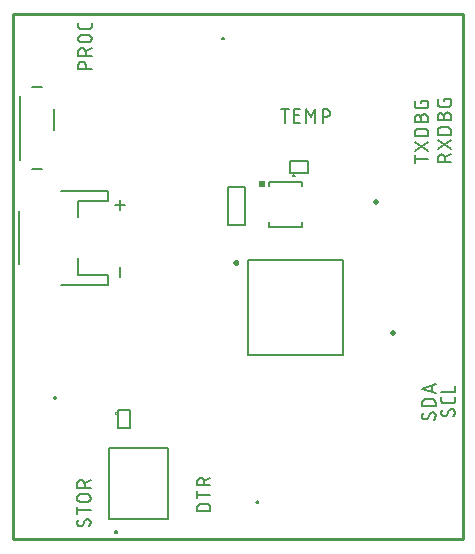
<source format=gbr>
G04 EAGLE Gerber RS-274X export*
G75*
%MOMM*%
%FSLAX34Y34*%
%LPD*%
%INSilkscreen Top*%
%IPPOS*%
%AMOC8*
5,1,8,0,0,1.08239X$1,22.5*%
G01*
%ADD10C,0.500000*%
%ADD11C,0.127000*%
%ADD12C,0.177800*%
%ADD13C,0.140000*%
%ADD14C,0.359206*%
%ADD15C,0.203200*%
%ADD16C,0.254000*%
%ADD17C,0.101600*%
%ADD18R,0.500000X0.500000*%
%ADD19C,0.508000*%
%ADD20C,0.200000*%
%ADD21C,0.254000*%


D10*
X321894Y174246D03*
D11*
X5560Y232770D02*
X5560Y277770D01*
X40560Y295270D02*
X80560Y295270D01*
X80560Y286770D01*
X55560Y286770D01*
X55560Y272770D01*
X55560Y237770D02*
X55560Y223770D01*
X80560Y223770D01*
X80560Y215270D01*
X40560Y215270D01*
D12*
X90791Y279019D02*
X90791Y287316D01*
X94940Y283168D02*
X86642Y283168D01*
X90791Y230166D02*
X90791Y221869D01*
D13*
X177120Y424130D02*
X177122Y424182D01*
X177128Y424234D01*
X177138Y424286D01*
X177151Y424336D01*
X177168Y424386D01*
X177189Y424434D01*
X177214Y424480D01*
X177242Y424524D01*
X177273Y424566D01*
X177307Y424606D01*
X177344Y424643D01*
X177384Y424677D01*
X177426Y424708D01*
X177470Y424736D01*
X177516Y424761D01*
X177564Y424782D01*
X177614Y424799D01*
X177664Y424812D01*
X177716Y424822D01*
X177768Y424828D01*
X177820Y424830D01*
X177872Y424828D01*
X177924Y424822D01*
X177976Y424812D01*
X178026Y424799D01*
X178076Y424782D01*
X178124Y424761D01*
X178170Y424736D01*
X178214Y424708D01*
X178256Y424677D01*
X178296Y424643D01*
X178333Y424606D01*
X178367Y424566D01*
X178398Y424524D01*
X178426Y424480D01*
X178451Y424434D01*
X178472Y424386D01*
X178489Y424336D01*
X178502Y424286D01*
X178512Y424234D01*
X178518Y424182D01*
X178520Y424130D01*
X178518Y424078D01*
X178512Y424026D01*
X178502Y423974D01*
X178489Y423924D01*
X178472Y423874D01*
X178451Y423826D01*
X178426Y423780D01*
X178398Y423736D01*
X178367Y423694D01*
X178333Y423654D01*
X178296Y423617D01*
X178256Y423583D01*
X178214Y423552D01*
X178170Y423524D01*
X178124Y423499D01*
X178076Y423478D01*
X178026Y423461D01*
X177976Y423448D01*
X177924Y423438D01*
X177872Y423432D01*
X177820Y423430D01*
X177768Y423432D01*
X177716Y423438D01*
X177664Y423448D01*
X177614Y423461D01*
X177564Y423478D01*
X177516Y423499D01*
X177470Y423524D01*
X177426Y423552D01*
X177384Y423583D01*
X177344Y423617D01*
X177307Y423654D01*
X177273Y423694D01*
X177242Y423736D01*
X177214Y423780D01*
X177189Y423826D01*
X177168Y423874D01*
X177151Y423924D01*
X177138Y423974D01*
X177128Y424026D01*
X177122Y424078D01*
X177120Y424130D01*
X206300Y31800D02*
X206302Y31852D01*
X206308Y31904D01*
X206318Y31956D01*
X206331Y32006D01*
X206348Y32056D01*
X206369Y32104D01*
X206394Y32150D01*
X206422Y32194D01*
X206453Y32236D01*
X206487Y32276D01*
X206524Y32313D01*
X206564Y32347D01*
X206606Y32378D01*
X206650Y32406D01*
X206696Y32431D01*
X206744Y32452D01*
X206794Y32469D01*
X206844Y32482D01*
X206896Y32492D01*
X206948Y32498D01*
X207000Y32500D01*
X207052Y32498D01*
X207104Y32492D01*
X207156Y32482D01*
X207206Y32469D01*
X207256Y32452D01*
X207304Y32431D01*
X207350Y32406D01*
X207394Y32378D01*
X207436Y32347D01*
X207476Y32313D01*
X207513Y32276D01*
X207547Y32236D01*
X207578Y32194D01*
X207606Y32150D01*
X207631Y32104D01*
X207652Y32056D01*
X207669Y32006D01*
X207682Y31956D01*
X207692Y31904D01*
X207698Y31852D01*
X207700Y31800D01*
X207698Y31748D01*
X207692Y31696D01*
X207682Y31644D01*
X207669Y31594D01*
X207652Y31544D01*
X207631Y31496D01*
X207606Y31450D01*
X207578Y31406D01*
X207547Y31364D01*
X207513Y31324D01*
X207476Y31287D01*
X207436Y31253D01*
X207394Y31222D01*
X207350Y31194D01*
X207304Y31169D01*
X207256Y31148D01*
X207206Y31131D01*
X207156Y31118D01*
X207104Y31108D01*
X207052Y31102D01*
X207000Y31100D01*
X206948Y31102D01*
X206896Y31108D01*
X206844Y31118D01*
X206794Y31131D01*
X206744Y31148D01*
X206696Y31169D01*
X206650Y31194D01*
X206606Y31222D01*
X206564Y31253D01*
X206524Y31287D01*
X206487Y31324D01*
X206453Y31364D01*
X206422Y31406D01*
X206394Y31450D01*
X206369Y31496D01*
X206348Y31544D01*
X206331Y31594D01*
X206318Y31644D01*
X206308Y31696D01*
X206302Y31748D01*
X206300Y31800D01*
D14*
X35306Y119888D03*
D15*
X24590Y313210D02*
X16050Y313210D01*
X16050Y382750D02*
X24590Y382750D01*
X6050Y374980D02*
X6050Y320980D01*
X34590Y346710D02*
X34590Y364250D01*
D11*
X359697Y319557D02*
X371127Y319557D01*
X359697Y319557D02*
X359697Y322732D01*
X359699Y322843D01*
X359705Y322953D01*
X359714Y323064D01*
X359728Y323174D01*
X359745Y323283D01*
X359766Y323392D01*
X359791Y323500D01*
X359820Y323607D01*
X359852Y323713D01*
X359888Y323818D01*
X359928Y323921D01*
X359971Y324023D01*
X360018Y324124D01*
X360069Y324223D01*
X360122Y324320D01*
X360179Y324414D01*
X360240Y324507D01*
X360303Y324598D01*
X360370Y324687D01*
X360440Y324773D01*
X360513Y324856D01*
X360588Y324938D01*
X360666Y325016D01*
X360748Y325091D01*
X360831Y325164D01*
X360917Y325234D01*
X361006Y325301D01*
X361097Y325364D01*
X361190Y325425D01*
X361285Y325482D01*
X361381Y325535D01*
X361480Y325586D01*
X361581Y325633D01*
X361683Y325676D01*
X361786Y325716D01*
X361891Y325752D01*
X361997Y325784D01*
X362104Y325813D01*
X362212Y325838D01*
X362321Y325859D01*
X362430Y325876D01*
X362540Y325890D01*
X362651Y325899D01*
X362761Y325905D01*
X362872Y325907D01*
X362983Y325905D01*
X363093Y325899D01*
X363204Y325890D01*
X363314Y325876D01*
X363423Y325859D01*
X363532Y325838D01*
X363640Y325813D01*
X363747Y325784D01*
X363853Y325752D01*
X363958Y325716D01*
X364061Y325676D01*
X364163Y325633D01*
X364264Y325586D01*
X364363Y325535D01*
X364460Y325482D01*
X364554Y325425D01*
X364647Y325364D01*
X364738Y325301D01*
X364827Y325234D01*
X364913Y325164D01*
X364996Y325091D01*
X365078Y325016D01*
X365156Y324938D01*
X365231Y324856D01*
X365304Y324773D01*
X365374Y324687D01*
X365441Y324598D01*
X365504Y324507D01*
X365565Y324414D01*
X365622Y324320D01*
X365675Y324223D01*
X365726Y324124D01*
X365773Y324023D01*
X365816Y323921D01*
X365856Y323818D01*
X365892Y323713D01*
X365924Y323607D01*
X365953Y323500D01*
X365978Y323392D01*
X365999Y323283D01*
X366016Y323174D01*
X366030Y323064D01*
X366039Y322953D01*
X366045Y322843D01*
X366047Y322732D01*
X366047Y319557D01*
X366047Y323367D02*
X371127Y325907D01*
X371127Y330269D02*
X359697Y337889D01*
X359697Y330269D02*
X371127Y337889D01*
X371127Y342715D02*
X359697Y342715D01*
X359697Y345890D01*
X359699Y346001D01*
X359705Y346111D01*
X359714Y346222D01*
X359728Y346332D01*
X359745Y346441D01*
X359766Y346550D01*
X359791Y346658D01*
X359820Y346765D01*
X359852Y346871D01*
X359888Y346976D01*
X359928Y347079D01*
X359971Y347181D01*
X360018Y347282D01*
X360069Y347381D01*
X360122Y347478D01*
X360179Y347572D01*
X360240Y347665D01*
X360303Y347756D01*
X360370Y347845D01*
X360440Y347931D01*
X360513Y348014D01*
X360588Y348096D01*
X360666Y348174D01*
X360748Y348249D01*
X360831Y348322D01*
X360917Y348392D01*
X361006Y348459D01*
X361097Y348522D01*
X361190Y348583D01*
X361285Y348640D01*
X361381Y348693D01*
X361480Y348744D01*
X361581Y348791D01*
X361683Y348834D01*
X361786Y348874D01*
X361891Y348910D01*
X361997Y348942D01*
X362104Y348971D01*
X362212Y348996D01*
X362321Y349017D01*
X362430Y349034D01*
X362540Y349048D01*
X362651Y349057D01*
X362761Y349063D01*
X362872Y349065D01*
X367952Y349065D01*
X368063Y349063D01*
X368173Y349057D01*
X368284Y349048D01*
X368394Y349034D01*
X368503Y349017D01*
X368612Y348996D01*
X368720Y348971D01*
X368827Y348942D01*
X368933Y348910D01*
X369038Y348874D01*
X369141Y348834D01*
X369243Y348791D01*
X369344Y348744D01*
X369443Y348693D01*
X369540Y348640D01*
X369634Y348583D01*
X369727Y348522D01*
X369818Y348459D01*
X369907Y348392D01*
X369993Y348322D01*
X370076Y348249D01*
X370158Y348174D01*
X370236Y348096D01*
X370311Y348014D01*
X370384Y347931D01*
X370454Y347845D01*
X370521Y347756D01*
X370584Y347665D01*
X370645Y347572D01*
X370702Y347478D01*
X370755Y347381D01*
X370806Y347282D01*
X370853Y347181D01*
X370896Y347079D01*
X370936Y346976D01*
X370972Y346871D01*
X371004Y346765D01*
X371033Y346658D01*
X371058Y346550D01*
X371079Y346441D01*
X371096Y346332D01*
X371110Y346222D01*
X371119Y346111D01*
X371125Y346001D01*
X371127Y345890D01*
X371127Y342715D01*
X364777Y355098D02*
X364777Y358273D01*
X364779Y358384D01*
X364785Y358494D01*
X364794Y358605D01*
X364808Y358715D01*
X364825Y358824D01*
X364846Y358933D01*
X364871Y359041D01*
X364900Y359148D01*
X364932Y359254D01*
X364968Y359359D01*
X365008Y359462D01*
X365051Y359564D01*
X365098Y359665D01*
X365149Y359764D01*
X365202Y359861D01*
X365259Y359955D01*
X365320Y360048D01*
X365383Y360139D01*
X365450Y360228D01*
X365520Y360314D01*
X365593Y360397D01*
X365668Y360479D01*
X365746Y360557D01*
X365828Y360632D01*
X365911Y360705D01*
X365997Y360775D01*
X366086Y360842D01*
X366177Y360905D01*
X366270Y360966D01*
X366365Y361023D01*
X366461Y361076D01*
X366560Y361127D01*
X366661Y361174D01*
X366763Y361217D01*
X366866Y361257D01*
X366971Y361293D01*
X367077Y361325D01*
X367184Y361354D01*
X367292Y361379D01*
X367401Y361400D01*
X367510Y361417D01*
X367620Y361431D01*
X367731Y361440D01*
X367841Y361446D01*
X367952Y361448D01*
X368063Y361446D01*
X368173Y361440D01*
X368284Y361431D01*
X368394Y361417D01*
X368503Y361400D01*
X368612Y361379D01*
X368720Y361354D01*
X368827Y361325D01*
X368933Y361293D01*
X369038Y361257D01*
X369141Y361217D01*
X369243Y361174D01*
X369344Y361127D01*
X369443Y361076D01*
X369540Y361023D01*
X369634Y360966D01*
X369727Y360905D01*
X369818Y360842D01*
X369907Y360775D01*
X369993Y360705D01*
X370076Y360632D01*
X370158Y360557D01*
X370236Y360479D01*
X370311Y360397D01*
X370384Y360314D01*
X370454Y360228D01*
X370521Y360139D01*
X370584Y360048D01*
X370645Y359955D01*
X370702Y359861D01*
X370755Y359764D01*
X370806Y359665D01*
X370853Y359564D01*
X370896Y359462D01*
X370936Y359359D01*
X370972Y359254D01*
X371004Y359148D01*
X371033Y359041D01*
X371058Y358933D01*
X371079Y358824D01*
X371096Y358715D01*
X371110Y358605D01*
X371119Y358494D01*
X371125Y358384D01*
X371127Y358273D01*
X371127Y355098D01*
X359697Y355098D01*
X359697Y358273D01*
X359699Y358373D01*
X359705Y358472D01*
X359715Y358572D01*
X359728Y358670D01*
X359746Y358769D01*
X359767Y358866D01*
X359792Y358962D01*
X359821Y359058D01*
X359854Y359152D01*
X359890Y359245D01*
X359930Y359336D01*
X359974Y359426D01*
X360021Y359514D01*
X360071Y359600D01*
X360125Y359684D01*
X360182Y359766D01*
X360242Y359845D01*
X360306Y359923D01*
X360372Y359997D01*
X360441Y360069D01*
X360513Y360138D01*
X360587Y360204D01*
X360665Y360268D01*
X360744Y360328D01*
X360826Y360385D01*
X360910Y360439D01*
X360996Y360489D01*
X361084Y360536D01*
X361174Y360580D01*
X361265Y360620D01*
X361358Y360656D01*
X361452Y360689D01*
X361548Y360718D01*
X361644Y360743D01*
X361741Y360764D01*
X361840Y360782D01*
X361938Y360795D01*
X362038Y360805D01*
X362137Y360811D01*
X362237Y360813D01*
X362337Y360811D01*
X362436Y360805D01*
X362536Y360795D01*
X362634Y360782D01*
X362733Y360764D01*
X362830Y360743D01*
X362926Y360718D01*
X363022Y360689D01*
X363116Y360656D01*
X363209Y360620D01*
X363300Y360580D01*
X363390Y360536D01*
X363478Y360489D01*
X363564Y360439D01*
X363648Y360385D01*
X363730Y360328D01*
X363809Y360268D01*
X363887Y360204D01*
X363961Y360138D01*
X364033Y360069D01*
X364102Y359997D01*
X364168Y359923D01*
X364232Y359845D01*
X364292Y359766D01*
X364349Y359684D01*
X364403Y359600D01*
X364453Y359514D01*
X364500Y359426D01*
X364544Y359336D01*
X364584Y359245D01*
X364620Y359152D01*
X364653Y359058D01*
X364682Y358962D01*
X364707Y358866D01*
X364728Y358769D01*
X364746Y358670D01*
X364759Y358572D01*
X364769Y358472D01*
X364775Y358373D01*
X364777Y358273D01*
X364777Y370782D02*
X364777Y372687D01*
X371127Y372687D01*
X371127Y368877D01*
X371125Y368777D01*
X371119Y368678D01*
X371109Y368578D01*
X371096Y368480D01*
X371078Y368381D01*
X371057Y368284D01*
X371032Y368188D01*
X371003Y368092D01*
X370970Y367998D01*
X370934Y367905D01*
X370894Y367814D01*
X370850Y367724D01*
X370803Y367636D01*
X370753Y367550D01*
X370699Y367466D01*
X370642Y367384D01*
X370582Y367305D01*
X370518Y367227D01*
X370452Y367153D01*
X370383Y367081D01*
X370311Y367012D01*
X370237Y366946D01*
X370159Y366882D01*
X370080Y366822D01*
X369998Y366765D01*
X369914Y366711D01*
X369828Y366661D01*
X369740Y366614D01*
X369650Y366570D01*
X369559Y366530D01*
X369466Y366494D01*
X369372Y366461D01*
X369276Y366432D01*
X369180Y366407D01*
X369083Y366386D01*
X368984Y366368D01*
X368886Y366355D01*
X368786Y366345D01*
X368687Y366339D01*
X368587Y366337D01*
X362237Y366337D01*
X362137Y366339D01*
X362038Y366345D01*
X361938Y366355D01*
X361840Y366368D01*
X361741Y366386D01*
X361644Y366407D01*
X361548Y366432D01*
X361452Y366461D01*
X361358Y366494D01*
X361265Y366530D01*
X361174Y366570D01*
X361084Y366614D01*
X360996Y366661D01*
X360910Y366711D01*
X360826Y366765D01*
X360744Y366822D01*
X360665Y366882D01*
X360587Y366946D01*
X360513Y367012D01*
X360441Y367081D01*
X360372Y367153D01*
X360306Y367227D01*
X360242Y367305D01*
X360182Y367384D01*
X360125Y367466D01*
X360071Y367550D01*
X360021Y367636D01*
X359974Y367724D01*
X359930Y367814D01*
X359890Y367905D01*
X359854Y367998D01*
X359821Y368092D01*
X359792Y368188D01*
X359767Y368284D01*
X359746Y368381D01*
X359728Y368480D01*
X359715Y368578D01*
X359705Y368678D01*
X359699Y368777D01*
X359697Y368877D01*
X359697Y372687D01*
X351569Y321970D02*
X340139Y321970D01*
X340139Y318795D02*
X340139Y325145D01*
X340139Y336448D02*
X351569Y328828D01*
X351569Y336448D02*
X340139Y328828D01*
X340139Y341274D02*
X351569Y341274D01*
X340139Y341274D02*
X340139Y344449D01*
X340141Y344560D01*
X340147Y344670D01*
X340156Y344781D01*
X340170Y344891D01*
X340187Y345000D01*
X340208Y345109D01*
X340233Y345217D01*
X340262Y345324D01*
X340294Y345430D01*
X340330Y345535D01*
X340370Y345638D01*
X340413Y345740D01*
X340460Y345841D01*
X340511Y345940D01*
X340564Y346037D01*
X340621Y346131D01*
X340682Y346224D01*
X340745Y346315D01*
X340812Y346404D01*
X340882Y346490D01*
X340955Y346573D01*
X341030Y346655D01*
X341108Y346733D01*
X341190Y346808D01*
X341273Y346881D01*
X341359Y346951D01*
X341448Y347018D01*
X341539Y347081D01*
X341632Y347142D01*
X341727Y347199D01*
X341823Y347252D01*
X341922Y347303D01*
X342023Y347350D01*
X342125Y347393D01*
X342228Y347433D01*
X342333Y347469D01*
X342439Y347501D01*
X342546Y347530D01*
X342654Y347555D01*
X342763Y347576D01*
X342872Y347593D01*
X342982Y347607D01*
X343093Y347616D01*
X343203Y347622D01*
X343314Y347624D01*
X348394Y347624D01*
X348505Y347622D01*
X348615Y347616D01*
X348726Y347607D01*
X348836Y347593D01*
X348945Y347576D01*
X349054Y347555D01*
X349162Y347530D01*
X349269Y347501D01*
X349375Y347469D01*
X349480Y347433D01*
X349583Y347393D01*
X349685Y347350D01*
X349786Y347303D01*
X349885Y347252D01*
X349982Y347199D01*
X350076Y347142D01*
X350169Y347081D01*
X350260Y347018D01*
X350349Y346951D01*
X350435Y346881D01*
X350518Y346808D01*
X350600Y346733D01*
X350678Y346655D01*
X350753Y346573D01*
X350826Y346490D01*
X350896Y346404D01*
X350963Y346315D01*
X351026Y346224D01*
X351087Y346131D01*
X351144Y346037D01*
X351197Y345940D01*
X351248Y345841D01*
X351295Y345740D01*
X351338Y345638D01*
X351378Y345535D01*
X351414Y345430D01*
X351446Y345324D01*
X351475Y345217D01*
X351500Y345109D01*
X351521Y345000D01*
X351538Y344891D01*
X351552Y344781D01*
X351561Y344670D01*
X351567Y344560D01*
X351569Y344449D01*
X351569Y341274D01*
X345219Y353657D02*
X345219Y356832D01*
X345221Y356943D01*
X345227Y357053D01*
X345236Y357164D01*
X345250Y357274D01*
X345267Y357383D01*
X345288Y357492D01*
X345313Y357600D01*
X345342Y357707D01*
X345374Y357813D01*
X345410Y357918D01*
X345450Y358021D01*
X345493Y358123D01*
X345540Y358224D01*
X345591Y358323D01*
X345644Y358420D01*
X345701Y358514D01*
X345762Y358607D01*
X345825Y358698D01*
X345892Y358787D01*
X345962Y358873D01*
X346035Y358956D01*
X346110Y359038D01*
X346188Y359116D01*
X346270Y359191D01*
X346353Y359264D01*
X346439Y359334D01*
X346528Y359401D01*
X346619Y359464D01*
X346712Y359525D01*
X346807Y359582D01*
X346903Y359635D01*
X347002Y359686D01*
X347103Y359733D01*
X347205Y359776D01*
X347308Y359816D01*
X347413Y359852D01*
X347519Y359884D01*
X347626Y359913D01*
X347734Y359938D01*
X347843Y359959D01*
X347952Y359976D01*
X348062Y359990D01*
X348173Y359999D01*
X348283Y360005D01*
X348394Y360007D01*
X348505Y360005D01*
X348615Y359999D01*
X348726Y359990D01*
X348836Y359976D01*
X348945Y359959D01*
X349054Y359938D01*
X349162Y359913D01*
X349269Y359884D01*
X349375Y359852D01*
X349480Y359816D01*
X349583Y359776D01*
X349685Y359733D01*
X349786Y359686D01*
X349885Y359635D01*
X349982Y359582D01*
X350076Y359525D01*
X350169Y359464D01*
X350260Y359401D01*
X350349Y359334D01*
X350435Y359264D01*
X350518Y359191D01*
X350600Y359116D01*
X350678Y359038D01*
X350753Y358956D01*
X350826Y358873D01*
X350896Y358787D01*
X350963Y358698D01*
X351026Y358607D01*
X351087Y358514D01*
X351144Y358420D01*
X351197Y358323D01*
X351248Y358224D01*
X351295Y358123D01*
X351338Y358021D01*
X351378Y357918D01*
X351414Y357813D01*
X351446Y357707D01*
X351475Y357600D01*
X351500Y357492D01*
X351521Y357383D01*
X351538Y357274D01*
X351552Y357164D01*
X351561Y357053D01*
X351567Y356943D01*
X351569Y356832D01*
X351569Y353657D01*
X340139Y353657D01*
X340139Y356832D01*
X340141Y356932D01*
X340147Y357031D01*
X340157Y357131D01*
X340170Y357229D01*
X340188Y357328D01*
X340209Y357425D01*
X340234Y357521D01*
X340263Y357617D01*
X340296Y357711D01*
X340332Y357804D01*
X340372Y357895D01*
X340416Y357985D01*
X340463Y358073D01*
X340513Y358159D01*
X340567Y358243D01*
X340624Y358325D01*
X340684Y358404D01*
X340748Y358482D01*
X340814Y358556D01*
X340883Y358628D01*
X340955Y358697D01*
X341029Y358763D01*
X341107Y358827D01*
X341186Y358887D01*
X341268Y358944D01*
X341352Y358998D01*
X341438Y359048D01*
X341526Y359095D01*
X341616Y359139D01*
X341707Y359179D01*
X341800Y359215D01*
X341894Y359248D01*
X341990Y359277D01*
X342086Y359302D01*
X342183Y359323D01*
X342282Y359341D01*
X342380Y359354D01*
X342480Y359364D01*
X342579Y359370D01*
X342679Y359372D01*
X342779Y359370D01*
X342878Y359364D01*
X342978Y359354D01*
X343076Y359341D01*
X343175Y359323D01*
X343272Y359302D01*
X343368Y359277D01*
X343464Y359248D01*
X343558Y359215D01*
X343651Y359179D01*
X343742Y359139D01*
X343832Y359095D01*
X343920Y359048D01*
X344006Y358998D01*
X344090Y358944D01*
X344172Y358887D01*
X344251Y358827D01*
X344329Y358763D01*
X344403Y358697D01*
X344475Y358628D01*
X344544Y358556D01*
X344610Y358482D01*
X344674Y358404D01*
X344734Y358325D01*
X344791Y358243D01*
X344845Y358159D01*
X344895Y358073D01*
X344942Y357985D01*
X344986Y357895D01*
X345026Y357804D01*
X345062Y357711D01*
X345095Y357617D01*
X345124Y357521D01*
X345149Y357425D01*
X345170Y357328D01*
X345188Y357229D01*
X345201Y357131D01*
X345211Y357031D01*
X345217Y356932D01*
X345219Y356832D01*
X345219Y369341D02*
X345219Y371246D01*
X351569Y371246D01*
X351569Y367436D01*
X351567Y367336D01*
X351561Y367237D01*
X351551Y367137D01*
X351538Y367039D01*
X351520Y366940D01*
X351499Y366843D01*
X351474Y366747D01*
X351445Y366651D01*
X351412Y366557D01*
X351376Y366464D01*
X351336Y366373D01*
X351292Y366283D01*
X351245Y366195D01*
X351195Y366109D01*
X351141Y366025D01*
X351084Y365943D01*
X351024Y365864D01*
X350960Y365786D01*
X350894Y365712D01*
X350825Y365640D01*
X350753Y365571D01*
X350679Y365505D01*
X350601Y365441D01*
X350522Y365381D01*
X350440Y365324D01*
X350356Y365270D01*
X350270Y365220D01*
X350182Y365173D01*
X350092Y365129D01*
X350001Y365089D01*
X349908Y365053D01*
X349814Y365020D01*
X349718Y364991D01*
X349622Y364966D01*
X349525Y364945D01*
X349426Y364927D01*
X349328Y364914D01*
X349228Y364904D01*
X349129Y364898D01*
X349029Y364896D01*
X342679Y364896D01*
X342579Y364898D01*
X342480Y364904D01*
X342380Y364914D01*
X342282Y364927D01*
X342183Y364945D01*
X342086Y364966D01*
X341990Y364991D01*
X341894Y365020D01*
X341800Y365053D01*
X341707Y365089D01*
X341616Y365129D01*
X341526Y365173D01*
X341438Y365220D01*
X341352Y365270D01*
X341268Y365324D01*
X341186Y365381D01*
X341107Y365441D01*
X341029Y365505D01*
X340955Y365571D01*
X340883Y365640D01*
X340814Y365712D01*
X340748Y365786D01*
X340684Y365864D01*
X340624Y365943D01*
X340567Y366025D01*
X340513Y366109D01*
X340463Y366195D01*
X340416Y366283D01*
X340372Y366373D01*
X340332Y366464D01*
X340296Y366557D01*
X340263Y366651D01*
X340234Y366747D01*
X340209Y366843D01*
X340188Y366940D01*
X340170Y367039D01*
X340157Y367137D01*
X340147Y367237D01*
X340141Y367336D01*
X340139Y367436D01*
X340139Y371246D01*
D16*
X187452Y234442D02*
X187454Y234513D01*
X187460Y234584D01*
X187470Y234655D01*
X187484Y234725D01*
X187502Y234794D01*
X187523Y234861D01*
X187549Y234928D01*
X187578Y234993D01*
X187610Y235056D01*
X187647Y235118D01*
X187686Y235177D01*
X187729Y235234D01*
X187775Y235288D01*
X187824Y235340D01*
X187876Y235389D01*
X187930Y235435D01*
X187987Y235478D01*
X188046Y235517D01*
X188108Y235554D01*
X188171Y235586D01*
X188236Y235615D01*
X188303Y235641D01*
X188370Y235662D01*
X188439Y235680D01*
X188509Y235694D01*
X188580Y235704D01*
X188651Y235710D01*
X188722Y235712D01*
X188793Y235710D01*
X188864Y235704D01*
X188935Y235694D01*
X189005Y235680D01*
X189074Y235662D01*
X189141Y235641D01*
X189208Y235615D01*
X189273Y235586D01*
X189336Y235554D01*
X189398Y235517D01*
X189457Y235478D01*
X189514Y235435D01*
X189568Y235389D01*
X189620Y235340D01*
X189669Y235288D01*
X189715Y235234D01*
X189758Y235177D01*
X189797Y235118D01*
X189834Y235056D01*
X189866Y234993D01*
X189895Y234928D01*
X189921Y234861D01*
X189942Y234794D01*
X189960Y234725D01*
X189974Y234655D01*
X189984Y234584D01*
X189990Y234513D01*
X189992Y234442D01*
X189990Y234371D01*
X189984Y234300D01*
X189974Y234229D01*
X189960Y234159D01*
X189942Y234090D01*
X189921Y234023D01*
X189895Y233956D01*
X189866Y233891D01*
X189834Y233828D01*
X189797Y233766D01*
X189758Y233707D01*
X189715Y233650D01*
X189669Y233596D01*
X189620Y233544D01*
X189568Y233495D01*
X189514Y233449D01*
X189457Y233406D01*
X189398Y233367D01*
X189336Y233330D01*
X189273Y233298D01*
X189208Y233269D01*
X189141Y233243D01*
X189074Y233222D01*
X189005Y233204D01*
X188935Y233190D01*
X188864Y233180D01*
X188793Y233174D01*
X188722Y233172D01*
X188651Y233174D01*
X188580Y233180D01*
X188509Y233190D01*
X188439Y233204D01*
X188370Y233222D01*
X188303Y233243D01*
X188236Y233269D01*
X188171Y233298D01*
X188108Y233330D01*
X188046Y233367D01*
X187987Y233406D01*
X187930Y233449D01*
X187876Y233495D01*
X187824Y233544D01*
X187775Y233596D01*
X187729Y233650D01*
X187686Y233707D01*
X187647Y233766D01*
X187610Y233828D01*
X187578Y233891D01*
X187549Y233956D01*
X187523Y234023D01*
X187502Y234090D01*
X187484Y234159D01*
X187470Y234229D01*
X187460Y234300D01*
X187454Y234371D01*
X187452Y234442D01*
D11*
X199522Y236342D02*
X199522Y156342D01*
X199522Y236342D02*
X279522Y236342D01*
X279522Y156342D01*
X199522Y156342D01*
D17*
X88734Y107108D02*
X86734Y106108D01*
X86734Y108108D01*
X88734Y107108D01*
D11*
X88984Y109808D02*
X88984Y94408D01*
X99484Y94408D01*
X99484Y109808D01*
X88984Y109808D01*
X216632Y298718D02*
X216632Y302718D01*
X244632Y302718D01*
X244632Y298718D01*
X216632Y268718D02*
X216632Y264718D01*
X244632Y264718D01*
X244632Y268718D01*
D18*
X211132Y301218D03*
D17*
X237570Y309460D02*
X238570Y307460D01*
X236570Y307460D01*
X237570Y309460D01*
D11*
X234870Y309710D02*
X250270Y309710D01*
X250270Y320210D01*
X234870Y320210D01*
X234870Y309710D01*
D19*
X307594Y285750D03*
D11*
X196977Y298450D02*
X196977Y266446D01*
X181991Y266446D01*
X181991Y298450D01*
X196977Y298450D01*
D20*
X86122Y6390D02*
X86124Y6453D01*
X86130Y6515D01*
X86140Y6577D01*
X86153Y6639D01*
X86171Y6699D01*
X86192Y6758D01*
X86217Y6816D01*
X86246Y6872D01*
X86278Y6926D01*
X86313Y6978D01*
X86351Y7027D01*
X86393Y7075D01*
X86437Y7119D01*
X86485Y7161D01*
X86534Y7199D01*
X86586Y7234D01*
X86640Y7266D01*
X86696Y7295D01*
X86754Y7320D01*
X86813Y7341D01*
X86873Y7359D01*
X86935Y7372D01*
X86997Y7382D01*
X87059Y7388D01*
X87122Y7390D01*
X87185Y7388D01*
X87247Y7382D01*
X87309Y7372D01*
X87371Y7359D01*
X87431Y7341D01*
X87490Y7320D01*
X87548Y7295D01*
X87604Y7266D01*
X87658Y7234D01*
X87710Y7199D01*
X87759Y7161D01*
X87807Y7119D01*
X87851Y7075D01*
X87893Y7027D01*
X87931Y6978D01*
X87966Y6926D01*
X87998Y6872D01*
X88027Y6816D01*
X88052Y6758D01*
X88073Y6699D01*
X88091Y6639D01*
X88104Y6577D01*
X88114Y6515D01*
X88120Y6453D01*
X88122Y6390D01*
X88120Y6327D01*
X88114Y6265D01*
X88104Y6203D01*
X88091Y6141D01*
X88073Y6081D01*
X88052Y6022D01*
X88027Y5964D01*
X87998Y5908D01*
X87966Y5854D01*
X87931Y5802D01*
X87893Y5753D01*
X87851Y5705D01*
X87807Y5661D01*
X87759Y5619D01*
X87710Y5581D01*
X87658Y5546D01*
X87604Y5514D01*
X87548Y5485D01*
X87490Y5460D01*
X87431Y5439D01*
X87371Y5421D01*
X87309Y5408D01*
X87247Y5398D01*
X87185Y5392D01*
X87122Y5390D01*
X87059Y5392D01*
X86997Y5398D01*
X86935Y5408D01*
X86873Y5421D01*
X86813Y5439D01*
X86754Y5460D01*
X86696Y5485D01*
X86640Y5514D01*
X86586Y5546D01*
X86534Y5581D01*
X86485Y5619D01*
X86437Y5661D01*
X86393Y5705D01*
X86351Y5753D01*
X86313Y5802D01*
X86278Y5854D01*
X86246Y5908D01*
X86217Y5964D01*
X86192Y6022D01*
X86171Y6081D01*
X86153Y6141D01*
X86140Y6203D01*
X86130Y6265D01*
X86124Y6327D01*
X86122Y6390D01*
D11*
X81172Y16990D02*
X81172Y76990D01*
X131172Y76990D02*
X131172Y16990D01*
X81172Y16990D01*
X81172Y76990D02*
X131172Y76990D01*
X66738Y398193D02*
X55308Y398193D01*
X55308Y401368D01*
X55310Y401479D01*
X55316Y401589D01*
X55325Y401700D01*
X55339Y401810D01*
X55356Y401919D01*
X55377Y402028D01*
X55402Y402136D01*
X55431Y402243D01*
X55463Y402349D01*
X55499Y402454D01*
X55539Y402557D01*
X55582Y402659D01*
X55629Y402760D01*
X55680Y402859D01*
X55733Y402956D01*
X55790Y403050D01*
X55851Y403143D01*
X55914Y403234D01*
X55981Y403323D01*
X56051Y403409D01*
X56124Y403492D01*
X56199Y403574D01*
X56277Y403652D01*
X56359Y403727D01*
X56442Y403800D01*
X56528Y403870D01*
X56617Y403937D01*
X56708Y404000D01*
X56801Y404061D01*
X56895Y404118D01*
X56992Y404171D01*
X57091Y404222D01*
X57192Y404269D01*
X57294Y404312D01*
X57397Y404352D01*
X57502Y404388D01*
X57608Y404420D01*
X57715Y404449D01*
X57823Y404474D01*
X57932Y404495D01*
X58041Y404512D01*
X58151Y404526D01*
X58262Y404535D01*
X58372Y404541D01*
X58483Y404543D01*
X58594Y404541D01*
X58704Y404535D01*
X58815Y404526D01*
X58925Y404512D01*
X59034Y404495D01*
X59143Y404474D01*
X59251Y404449D01*
X59358Y404420D01*
X59464Y404388D01*
X59569Y404352D01*
X59672Y404312D01*
X59774Y404269D01*
X59875Y404222D01*
X59974Y404171D01*
X60071Y404118D01*
X60165Y404061D01*
X60258Y404000D01*
X60349Y403937D01*
X60438Y403870D01*
X60524Y403800D01*
X60607Y403727D01*
X60689Y403652D01*
X60767Y403574D01*
X60842Y403492D01*
X60915Y403409D01*
X60985Y403323D01*
X61052Y403234D01*
X61115Y403143D01*
X61176Y403050D01*
X61233Y402956D01*
X61286Y402859D01*
X61337Y402760D01*
X61384Y402659D01*
X61427Y402557D01*
X61467Y402454D01*
X61503Y402349D01*
X61535Y402243D01*
X61564Y402136D01*
X61589Y402028D01*
X61610Y401919D01*
X61627Y401810D01*
X61641Y401700D01*
X61650Y401589D01*
X61656Y401479D01*
X61658Y401368D01*
X61658Y398193D01*
X66738Y409515D02*
X55308Y409515D01*
X55308Y412690D01*
X55310Y412801D01*
X55316Y412911D01*
X55325Y413022D01*
X55339Y413132D01*
X55356Y413241D01*
X55377Y413350D01*
X55402Y413458D01*
X55431Y413565D01*
X55463Y413671D01*
X55499Y413776D01*
X55539Y413879D01*
X55582Y413981D01*
X55629Y414082D01*
X55680Y414181D01*
X55733Y414278D01*
X55790Y414372D01*
X55851Y414465D01*
X55914Y414556D01*
X55981Y414645D01*
X56051Y414731D01*
X56124Y414814D01*
X56199Y414896D01*
X56277Y414974D01*
X56359Y415049D01*
X56442Y415122D01*
X56528Y415192D01*
X56617Y415259D01*
X56708Y415322D01*
X56801Y415383D01*
X56895Y415440D01*
X56992Y415493D01*
X57091Y415544D01*
X57192Y415591D01*
X57294Y415634D01*
X57397Y415674D01*
X57502Y415710D01*
X57608Y415742D01*
X57715Y415771D01*
X57823Y415796D01*
X57932Y415817D01*
X58041Y415834D01*
X58151Y415848D01*
X58262Y415857D01*
X58372Y415863D01*
X58483Y415865D01*
X58594Y415863D01*
X58704Y415857D01*
X58815Y415848D01*
X58925Y415834D01*
X59034Y415817D01*
X59143Y415796D01*
X59251Y415771D01*
X59358Y415742D01*
X59464Y415710D01*
X59569Y415674D01*
X59672Y415634D01*
X59774Y415591D01*
X59875Y415544D01*
X59974Y415493D01*
X60071Y415440D01*
X60165Y415383D01*
X60258Y415322D01*
X60349Y415259D01*
X60438Y415192D01*
X60524Y415122D01*
X60607Y415049D01*
X60689Y414974D01*
X60767Y414896D01*
X60842Y414814D01*
X60915Y414731D01*
X60985Y414645D01*
X61052Y414556D01*
X61115Y414465D01*
X61176Y414372D01*
X61233Y414278D01*
X61286Y414181D01*
X61337Y414082D01*
X61384Y413981D01*
X61427Y413879D01*
X61467Y413776D01*
X61503Y413671D01*
X61535Y413565D01*
X61564Y413458D01*
X61589Y413350D01*
X61610Y413241D01*
X61627Y413132D01*
X61641Y413022D01*
X61650Y412911D01*
X61656Y412801D01*
X61658Y412690D01*
X61658Y409515D01*
X61658Y413325D02*
X66738Y415865D01*
X63563Y420862D02*
X58483Y420862D01*
X58372Y420864D01*
X58262Y420870D01*
X58151Y420879D01*
X58041Y420893D01*
X57932Y420910D01*
X57823Y420931D01*
X57715Y420956D01*
X57608Y420985D01*
X57502Y421017D01*
X57397Y421053D01*
X57294Y421093D01*
X57192Y421136D01*
X57091Y421183D01*
X56992Y421234D01*
X56896Y421287D01*
X56801Y421344D01*
X56708Y421405D01*
X56617Y421468D01*
X56528Y421535D01*
X56442Y421605D01*
X56359Y421678D01*
X56277Y421753D01*
X56199Y421831D01*
X56124Y421913D01*
X56051Y421996D01*
X55981Y422082D01*
X55914Y422171D01*
X55851Y422262D01*
X55790Y422355D01*
X55733Y422450D01*
X55680Y422546D01*
X55629Y422645D01*
X55582Y422746D01*
X55539Y422848D01*
X55499Y422951D01*
X55463Y423056D01*
X55431Y423162D01*
X55402Y423269D01*
X55377Y423377D01*
X55356Y423486D01*
X55339Y423595D01*
X55325Y423705D01*
X55316Y423816D01*
X55310Y423926D01*
X55308Y424037D01*
X55310Y424148D01*
X55316Y424258D01*
X55325Y424369D01*
X55339Y424479D01*
X55356Y424588D01*
X55377Y424697D01*
X55402Y424805D01*
X55431Y424912D01*
X55463Y425018D01*
X55499Y425123D01*
X55539Y425226D01*
X55582Y425328D01*
X55629Y425429D01*
X55680Y425528D01*
X55733Y425625D01*
X55790Y425719D01*
X55851Y425812D01*
X55914Y425903D01*
X55981Y425992D01*
X56051Y426078D01*
X56124Y426161D01*
X56199Y426243D01*
X56277Y426321D01*
X56359Y426396D01*
X56442Y426469D01*
X56528Y426539D01*
X56617Y426606D01*
X56708Y426669D01*
X56801Y426730D01*
X56896Y426787D01*
X56992Y426840D01*
X57091Y426891D01*
X57192Y426938D01*
X57294Y426981D01*
X57397Y427021D01*
X57502Y427057D01*
X57608Y427089D01*
X57715Y427118D01*
X57823Y427143D01*
X57932Y427164D01*
X58041Y427181D01*
X58151Y427195D01*
X58262Y427204D01*
X58372Y427210D01*
X58483Y427212D01*
X63563Y427212D01*
X63674Y427210D01*
X63784Y427204D01*
X63895Y427195D01*
X64005Y427181D01*
X64114Y427164D01*
X64223Y427143D01*
X64331Y427118D01*
X64438Y427089D01*
X64544Y427057D01*
X64649Y427021D01*
X64752Y426981D01*
X64854Y426938D01*
X64955Y426891D01*
X65054Y426840D01*
X65151Y426787D01*
X65245Y426730D01*
X65338Y426669D01*
X65429Y426606D01*
X65518Y426539D01*
X65604Y426469D01*
X65687Y426396D01*
X65769Y426321D01*
X65847Y426243D01*
X65922Y426161D01*
X65995Y426078D01*
X66065Y425992D01*
X66132Y425903D01*
X66195Y425812D01*
X66256Y425719D01*
X66313Y425624D01*
X66366Y425528D01*
X66417Y425429D01*
X66464Y425328D01*
X66507Y425226D01*
X66547Y425123D01*
X66583Y425018D01*
X66615Y424912D01*
X66644Y424805D01*
X66669Y424697D01*
X66690Y424588D01*
X66707Y424479D01*
X66721Y424369D01*
X66730Y424258D01*
X66736Y424148D01*
X66738Y424037D01*
X66736Y423926D01*
X66730Y423816D01*
X66721Y423705D01*
X66707Y423595D01*
X66690Y423486D01*
X66669Y423377D01*
X66644Y423269D01*
X66615Y423162D01*
X66583Y423056D01*
X66547Y422951D01*
X66507Y422848D01*
X66464Y422746D01*
X66417Y422645D01*
X66366Y422546D01*
X66313Y422449D01*
X66256Y422355D01*
X66195Y422262D01*
X66132Y422171D01*
X66065Y422082D01*
X65995Y421996D01*
X65922Y421913D01*
X65847Y421831D01*
X65769Y421753D01*
X65687Y421678D01*
X65604Y421605D01*
X65518Y421535D01*
X65429Y421468D01*
X65338Y421405D01*
X65245Y421344D01*
X65150Y421287D01*
X65054Y421234D01*
X64955Y421183D01*
X64854Y421136D01*
X64752Y421093D01*
X64649Y421053D01*
X64544Y421017D01*
X64438Y420985D01*
X64331Y420956D01*
X64223Y420931D01*
X64114Y420910D01*
X64005Y420893D01*
X63895Y420879D01*
X63784Y420870D01*
X63674Y420864D01*
X63563Y420862D01*
X66738Y434795D02*
X66738Y437335D01*
X66738Y434795D02*
X66736Y434695D01*
X66730Y434596D01*
X66720Y434496D01*
X66707Y434398D01*
X66689Y434299D01*
X66668Y434202D01*
X66643Y434106D01*
X66614Y434010D01*
X66581Y433916D01*
X66545Y433823D01*
X66505Y433732D01*
X66461Y433642D01*
X66414Y433554D01*
X66364Y433468D01*
X66310Y433384D01*
X66253Y433302D01*
X66193Y433223D01*
X66129Y433145D01*
X66063Y433071D01*
X65994Y432999D01*
X65922Y432930D01*
X65848Y432864D01*
X65770Y432800D01*
X65691Y432740D01*
X65609Y432683D01*
X65525Y432629D01*
X65439Y432579D01*
X65351Y432532D01*
X65261Y432488D01*
X65170Y432448D01*
X65077Y432412D01*
X64983Y432379D01*
X64887Y432350D01*
X64791Y432325D01*
X64694Y432304D01*
X64595Y432286D01*
X64497Y432273D01*
X64397Y432263D01*
X64298Y432257D01*
X64198Y432255D01*
X57848Y432255D01*
X57748Y432257D01*
X57649Y432263D01*
X57549Y432273D01*
X57451Y432286D01*
X57352Y432304D01*
X57255Y432325D01*
X57159Y432350D01*
X57063Y432379D01*
X56969Y432412D01*
X56876Y432448D01*
X56785Y432488D01*
X56695Y432532D01*
X56607Y432579D01*
X56521Y432629D01*
X56437Y432683D01*
X56355Y432740D01*
X56276Y432800D01*
X56198Y432864D01*
X56124Y432930D01*
X56052Y432999D01*
X55983Y433071D01*
X55917Y433145D01*
X55853Y433223D01*
X55793Y433302D01*
X55736Y433384D01*
X55682Y433468D01*
X55632Y433554D01*
X55585Y433642D01*
X55541Y433732D01*
X55501Y433823D01*
X55465Y433916D01*
X55432Y434010D01*
X55403Y434106D01*
X55378Y434202D01*
X55357Y434299D01*
X55339Y434398D01*
X55326Y434496D01*
X55316Y434596D01*
X55310Y434695D01*
X55308Y434795D01*
X55308Y437335D01*
X155892Y23543D02*
X167322Y23543D01*
X155892Y23543D02*
X155892Y26718D01*
X155894Y26829D01*
X155900Y26939D01*
X155909Y27050D01*
X155923Y27160D01*
X155940Y27269D01*
X155961Y27378D01*
X155986Y27486D01*
X156015Y27593D01*
X156047Y27699D01*
X156083Y27804D01*
X156123Y27907D01*
X156166Y28009D01*
X156213Y28110D01*
X156264Y28209D01*
X156317Y28305D01*
X156374Y28400D01*
X156435Y28493D01*
X156498Y28584D01*
X156565Y28673D01*
X156635Y28759D01*
X156708Y28842D01*
X156783Y28924D01*
X156861Y29002D01*
X156943Y29077D01*
X157026Y29150D01*
X157112Y29220D01*
X157201Y29287D01*
X157292Y29350D01*
X157385Y29411D01*
X157480Y29468D01*
X157576Y29521D01*
X157675Y29572D01*
X157776Y29619D01*
X157878Y29662D01*
X157981Y29702D01*
X158086Y29738D01*
X158192Y29770D01*
X158299Y29799D01*
X158407Y29824D01*
X158516Y29845D01*
X158625Y29862D01*
X158735Y29876D01*
X158846Y29885D01*
X158956Y29891D01*
X159067Y29893D01*
X164147Y29893D01*
X164258Y29891D01*
X164368Y29885D01*
X164479Y29876D01*
X164589Y29862D01*
X164698Y29845D01*
X164807Y29824D01*
X164915Y29799D01*
X165022Y29770D01*
X165128Y29738D01*
X165233Y29702D01*
X165336Y29662D01*
X165438Y29619D01*
X165539Y29572D01*
X165638Y29521D01*
X165735Y29468D01*
X165829Y29411D01*
X165922Y29350D01*
X166013Y29287D01*
X166102Y29220D01*
X166188Y29150D01*
X166271Y29077D01*
X166353Y29002D01*
X166431Y28924D01*
X166506Y28842D01*
X166579Y28759D01*
X166649Y28673D01*
X166716Y28584D01*
X166779Y28493D01*
X166840Y28400D01*
X166897Y28306D01*
X166950Y28209D01*
X167001Y28110D01*
X167048Y28009D01*
X167091Y27907D01*
X167131Y27804D01*
X167167Y27699D01*
X167199Y27593D01*
X167228Y27486D01*
X167253Y27378D01*
X167274Y27269D01*
X167291Y27160D01*
X167305Y27050D01*
X167314Y26939D01*
X167320Y26829D01*
X167322Y26718D01*
X167322Y23543D01*
X167322Y37767D02*
X155892Y37767D01*
X155892Y34592D02*
X155892Y40942D01*
X155892Y45724D02*
X167322Y45724D01*
X155892Y45724D02*
X155892Y48899D01*
X155894Y49010D01*
X155900Y49120D01*
X155909Y49231D01*
X155923Y49341D01*
X155940Y49450D01*
X155961Y49559D01*
X155986Y49667D01*
X156015Y49774D01*
X156047Y49880D01*
X156083Y49985D01*
X156123Y50088D01*
X156166Y50190D01*
X156213Y50291D01*
X156264Y50390D01*
X156317Y50486D01*
X156374Y50581D01*
X156435Y50674D01*
X156498Y50765D01*
X156565Y50854D01*
X156635Y50940D01*
X156708Y51023D01*
X156783Y51105D01*
X156861Y51183D01*
X156943Y51258D01*
X157026Y51331D01*
X157112Y51401D01*
X157201Y51468D01*
X157292Y51531D01*
X157385Y51592D01*
X157480Y51649D01*
X157576Y51702D01*
X157675Y51753D01*
X157776Y51800D01*
X157878Y51843D01*
X157981Y51883D01*
X158086Y51919D01*
X158192Y51951D01*
X158299Y51980D01*
X158407Y52005D01*
X158516Y52026D01*
X158625Y52043D01*
X158735Y52057D01*
X158846Y52066D01*
X158956Y52072D01*
X159067Y52074D01*
X159178Y52072D01*
X159288Y52066D01*
X159399Y52057D01*
X159509Y52043D01*
X159618Y52026D01*
X159727Y52005D01*
X159835Y51980D01*
X159942Y51951D01*
X160048Y51919D01*
X160153Y51883D01*
X160256Y51843D01*
X160358Y51800D01*
X160459Y51753D01*
X160558Y51702D01*
X160655Y51649D01*
X160749Y51592D01*
X160842Y51531D01*
X160933Y51468D01*
X161022Y51401D01*
X161108Y51331D01*
X161191Y51258D01*
X161273Y51183D01*
X161351Y51105D01*
X161426Y51023D01*
X161499Y50940D01*
X161569Y50854D01*
X161636Y50765D01*
X161699Y50674D01*
X161760Y50581D01*
X161817Y50487D01*
X161870Y50390D01*
X161921Y50291D01*
X161968Y50190D01*
X162011Y50088D01*
X162051Y49985D01*
X162087Y49880D01*
X162119Y49774D01*
X162148Y49667D01*
X162173Y49559D01*
X162194Y49450D01*
X162211Y49341D01*
X162225Y49231D01*
X162234Y49120D01*
X162240Y49010D01*
X162242Y48899D01*
X162242Y45724D01*
X162242Y49534D02*
X167322Y52074D01*
X230521Y352742D02*
X230521Y364172D01*
X227346Y364172D02*
X233696Y364172D01*
X238420Y352742D02*
X243500Y352742D01*
X238420Y352742D02*
X238420Y364172D01*
X243500Y364172D01*
X242230Y359092D02*
X238420Y359092D01*
X248428Y364172D02*
X248428Y352742D01*
X252238Y357822D02*
X248428Y364172D01*
X252238Y357822D02*
X256048Y364172D01*
X256048Y352742D01*
X262207Y352742D02*
X262207Y364172D01*
X265382Y364172D01*
X265493Y364170D01*
X265603Y364164D01*
X265714Y364155D01*
X265824Y364141D01*
X265933Y364124D01*
X266042Y364103D01*
X266150Y364078D01*
X266257Y364049D01*
X266363Y364017D01*
X266468Y363981D01*
X266571Y363941D01*
X266673Y363898D01*
X266774Y363851D01*
X266873Y363800D01*
X266970Y363747D01*
X267064Y363690D01*
X267157Y363629D01*
X267248Y363566D01*
X267337Y363499D01*
X267423Y363429D01*
X267506Y363356D01*
X267588Y363281D01*
X267666Y363203D01*
X267741Y363121D01*
X267814Y363038D01*
X267884Y362952D01*
X267951Y362863D01*
X268014Y362772D01*
X268075Y362679D01*
X268132Y362584D01*
X268185Y362488D01*
X268236Y362389D01*
X268283Y362288D01*
X268326Y362186D01*
X268366Y362083D01*
X268402Y361978D01*
X268434Y361872D01*
X268463Y361765D01*
X268488Y361657D01*
X268509Y361548D01*
X268526Y361439D01*
X268540Y361329D01*
X268549Y361218D01*
X268555Y361108D01*
X268557Y360997D01*
X268555Y360886D01*
X268549Y360776D01*
X268540Y360665D01*
X268526Y360555D01*
X268509Y360446D01*
X268488Y360337D01*
X268463Y360229D01*
X268434Y360122D01*
X268402Y360016D01*
X268366Y359911D01*
X268326Y359808D01*
X268283Y359706D01*
X268236Y359605D01*
X268185Y359506D01*
X268132Y359409D01*
X268075Y359315D01*
X268014Y359222D01*
X267951Y359131D01*
X267884Y359042D01*
X267814Y358956D01*
X267741Y358873D01*
X267666Y358791D01*
X267588Y358713D01*
X267506Y358638D01*
X267423Y358565D01*
X267337Y358495D01*
X267248Y358428D01*
X267157Y358365D01*
X267064Y358304D01*
X266970Y358247D01*
X266873Y358194D01*
X266774Y358143D01*
X266673Y358096D01*
X266571Y358053D01*
X266468Y358013D01*
X266363Y357977D01*
X266257Y357945D01*
X266150Y357916D01*
X266042Y357891D01*
X265933Y357870D01*
X265824Y357853D01*
X265714Y357839D01*
X265603Y357830D01*
X265493Y357824D01*
X265382Y357822D01*
X262207Y357822D01*
X63310Y17268D02*
X63410Y17266D01*
X63509Y17260D01*
X63609Y17250D01*
X63707Y17237D01*
X63806Y17219D01*
X63903Y17198D01*
X63999Y17173D01*
X64095Y17144D01*
X64189Y17111D01*
X64282Y17075D01*
X64373Y17035D01*
X64463Y16991D01*
X64551Y16944D01*
X64637Y16894D01*
X64721Y16840D01*
X64803Y16783D01*
X64882Y16723D01*
X64960Y16659D01*
X65034Y16593D01*
X65106Y16524D01*
X65175Y16452D01*
X65241Y16378D01*
X65305Y16300D01*
X65365Y16221D01*
X65422Y16139D01*
X65476Y16055D01*
X65526Y15969D01*
X65573Y15881D01*
X65617Y15791D01*
X65657Y15700D01*
X65693Y15607D01*
X65726Y15513D01*
X65755Y15417D01*
X65780Y15321D01*
X65801Y15224D01*
X65819Y15125D01*
X65832Y15027D01*
X65842Y14927D01*
X65848Y14828D01*
X65850Y14728D01*
X65848Y14587D01*
X65843Y14446D01*
X65833Y14305D01*
X65820Y14164D01*
X65804Y14024D01*
X65783Y13884D01*
X65759Y13745D01*
X65731Y13606D01*
X65700Y13469D01*
X65665Y13332D01*
X65627Y13196D01*
X65585Y13061D01*
X65539Y12928D01*
X65490Y12795D01*
X65437Y12664D01*
X65381Y12535D01*
X65322Y12406D01*
X65259Y12280D01*
X65193Y12155D01*
X65124Y12032D01*
X65051Y11911D01*
X64975Y11792D01*
X64896Y11674D01*
X64815Y11559D01*
X64730Y11447D01*
X64642Y11336D01*
X64551Y11228D01*
X64458Y11122D01*
X64361Y11019D01*
X64262Y10918D01*
X56960Y11236D02*
X56860Y11238D01*
X56761Y11244D01*
X56661Y11254D01*
X56563Y11267D01*
X56464Y11285D01*
X56367Y11306D01*
X56271Y11331D01*
X56175Y11360D01*
X56081Y11393D01*
X55988Y11429D01*
X55897Y11469D01*
X55807Y11513D01*
X55719Y11560D01*
X55633Y11610D01*
X55549Y11664D01*
X55467Y11721D01*
X55388Y11781D01*
X55310Y11845D01*
X55236Y11911D01*
X55164Y11980D01*
X55095Y12052D01*
X55029Y12126D01*
X54965Y12204D01*
X54905Y12283D01*
X54848Y12365D01*
X54794Y12449D01*
X54744Y12535D01*
X54697Y12623D01*
X54653Y12713D01*
X54613Y12804D01*
X54577Y12897D01*
X54544Y12991D01*
X54515Y13087D01*
X54490Y13183D01*
X54469Y13280D01*
X54451Y13379D01*
X54438Y13477D01*
X54428Y13577D01*
X54422Y13676D01*
X54420Y13776D01*
X54422Y13909D01*
X54427Y14042D01*
X54437Y14175D01*
X54450Y14308D01*
X54467Y14440D01*
X54487Y14572D01*
X54511Y14703D01*
X54539Y14833D01*
X54570Y14963D01*
X54605Y15091D01*
X54644Y15219D01*
X54686Y15345D01*
X54732Y15470D01*
X54781Y15594D01*
X54833Y15717D01*
X54889Y15838D01*
X54949Y15957D01*
X55011Y16075D01*
X55077Y16190D01*
X55146Y16304D01*
X55219Y16416D01*
X55294Y16526D01*
X55373Y16634D01*
X59183Y12505D02*
X59131Y12421D01*
X59076Y12338D01*
X59017Y12258D01*
X58956Y12180D01*
X58892Y12105D01*
X58824Y12032D01*
X58754Y11961D01*
X58682Y11894D01*
X58607Y11829D01*
X58529Y11767D01*
X58449Y11708D01*
X58367Y11652D01*
X58283Y11600D01*
X58197Y11551D01*
X58109Y11505D01*
X58019Y11462D01*
X57928Y11423D01*
X57835Y11388D01*
X57741Y11356D01*
X57646Y11328D01*
X57550Y11303D01*
X57453Y11283D01*
X57355Y11265D01*
X57257Y11252D01*
X57158Y11243D01*
X57059Y11237D01*
X56960Y11235D01*
X61087Y15999D02*
X61139Y16083D01*
X61194Y16166D01*
X61253Y16246D01*
X61314Y16324D01*
X61378Y16399D01*
X61446Y16472D01*
X61516Y16543D01*
X61588Y16610D01*
X61663Y16675D01*
X61741Y16737D01*
X61821Y16796D01*
X61903Y16852D01*
X61987Y16904D01*
X62073Y16953D01*
X62161Y16999D01*
X62251Y17042D01*
X62342Y17081D01*
X62435Y17116D01*
X62529Y17148D01*
X62624Y17176D01*
X62720Y17201D01*
X62817Y17221D01*
X62915Y17239D01*
X63013Y17252D01*
X63112Y17261D01*
X63211Y17267D01*
X63310Y17269D01*
X61088Y15998D02*
X59183Y12506D01*
X54420Y24380D02*
X65850Y24380D01*
X54420Y21205D02*
X54420Y27555D01*
X57595Y31873D02*
X62675Y31873D01*
X57595Y31873D02*
X57484Y31875D01*
X57374Y31881D01*
X57263Y31890D01*
X57153Y31904D01*
X57044Y31921D01*
X56935Y31942D01*
X56827Y31967D01*
X56720Y31996D01*
X56614Y32028D01*
X56509Y32064D01*
X56406Y32104D01*
X56304Y32147D01*
X56203Y32194D01*
X56104Y32245D01*
X56008Y32298D01*
X55913Y32355D01*
X55820Y32416D01*
X55729Y32479D01*
X55640Y32546D01*
X55554Y32616D01*
X55471Y32689D01*
X55389Y32764D01*
X55311Y32842D01*
X55236Y32924D01*
X55163Y33007D01*
X55093Y33093D01*
X55026Y33182D01*
X54963Y33273D01*
X54902Y33366D01*
X54845Y33460D01*
X54792Y33557D01*
X54741Y33656D01*
X54694Y33757D01*
X54651Y33859D01*
X54611Y33962D01*
X54575Y34067D01*
X54543Y34173D01*
X54514Y34280D01*
X54489Y34388D01*
X54468Y34497D01*
X54451Y34606D01*
X54437Y34716D01*
X54428Y34827D01*
X54422Y34937D01*
X54420Y35048D01*
X54422Y35159D01*
X54428Y35269D01*
X54437Y35380D01*
X54451Y35490D01*
X54468Y35599D01*
X54489Y35708D01*
X54514Y35816D01*
X54543Y35923D01*
X54575Y36029D01*
X54611Y36134D01*
X54651Y36237D01*
X54694Y36339D01*
X54741Y36440D01*
X54792Y36539D01*
X54845Y36635D01*
X54902Y36730D01*
X54963Y36823D01*
X55026Y36914D01*
X55093Y37003D01*
X55163Y37089D01*
X55236Y37172D01*
X55311Y37254D01*
X55389Y37332D01*
X55471Y37407D01*
X55554Y37480D01*
X55640Y37550D01*
X55729Y37617D01*
X55820Y37680D01*
X55913Y37741D01*
X56008Y37798D01*
X56104Y37851D01*
X56203Y37902D01*
X56304Y37949D01*
X56406Y37992D01*
X56509Y38032D01*
X56614Y38068D01*
X56720Y38100D01*
X56827Y38129D01*
X56935Y38154D01*
X57044Y38175D01*
X57153Y38192D01*
X57263Y38206D01*
X57374Y38215D01*
X57484Y38221D01*
X57595Y38223D01*
X62675Y38223D01*
X62786Y38221D01*
X62896Y38215D01*
X63007Y38206D01*
X63117Y38192D01*
X63226Y38175D01*
X63335Y38154D01*
X63443Y38129D01*
X63550Y38100D01*
X63656Y38068D01*
X63761Y38032D01*
X63864Y37992D01*
X63966Y37949D01*
X64067Y37902D01*
X64166Y37851D01*
X64263Y37798D01*
X64357Y37741D01*
X64450Y37680D01*
X64541Y37617D01*
X64630Y37550D01*
X64716Y37480D01*
X64799Y37407D01*
X64881Y37332D01*
X64959Y37254D01*
X65034Y37172D01*
X65107Y37089D01*
X65177Y37003D01*
X65244Y36914D01*
X65307Y36823D01*
X65368Y36730D01*
X65425Y36635D01*
X65478Y36539D01*
X65529Y36440D01*
X65576Y36339D01*
X65619Y36237D01*
X65659Y36134D01*
X65695Y36029D01*
X65727Y35923D01*
X65756Y35816D01*
X65781Y35708D01*
X65802Y35599D01*
X65819Y35490D01*
X65833Y35380D01*
X65842Y35269D01*
X65848Y35159D01*
X65850Y35048D01*
X65848Y34937D01*
X65842Y34827D01*
X65833Y34716D01*
X65819Y34606D01*
X65802Y34497D01*
X65781Y34388D01*
X65756Y34280D01*
X65727Y34173D01*
X65695Y34067D01*
X65659Y33962D01*
X65619Y33859D01*
X65576Y33757D01*
X65529Y33656D01*
X65478Y33557D01*
X65425Y33460D01*
X65368Y33366D01*
X65307Y33273D01*
X65244Y33182D01*
X65177Y33093D01*
X65107Y33007D01*
X65034Y32924D01*
X64959Y32842D01*
X64881Y32764D01*
X64799Y32689D01*
X64716Y32616D01*
X64630Y32546D01*
X64541Y32479D01*
X64450Y32416D01*
X64357Y32355D01*
X64262Y32298D01*
X64166Y32245D01*
X64067Y32194D01*
X63966Y32147D01*
X63864Y32104D01*
X63761Y32064D01*
X63656Y32028D01*
X63550Y31996D01*
X63443Y31967D01*
X63335Y31942D01*
X63226Y31921D01*
X63117Y31904D01*
X63007Y31890D01*
X62896Y31881D01*
X62786Y31875D01*
X62675Y31873D01*
X65850Y43767D02*
X54420Y43767D01*
X54420Y46942D01*
X54422Y47053D01*
X54428Y47163D01*
X54437Y47274D01*
X54451Y47384D01*
X54468Y47493D01*
X54489Y47602D01*
X54514Y47710D01*
X54543Y47817D01*
X54575Y47923D01*
X54611Y48028D01*
X54651Y48131D01*
X54694Y48233D01*
X54741Y48334D01*
X54792Y48433D01*
X54845Y48529D01*
X54902Y48624D01*
X54963Y48717D01*
X55026Y48808D01*
X55093Y48897D01*
X55163Y48983D01*
X55236Y49066D01*
X55311Y49148D01*
X55389Y49226D01*
X55471Y49301D01*
X55554Y49374D01*
X55640Y49444D01*
X55729Y49511D01*
X55820Y49574D01*
X55913Y49635D01*
X56007Y49692D01*
X56104Y49745D01*
X56203Y49796D01*
X56304Y49843D01*
X56406Y49886D01*
X56509Y49926D01*
X56614Y49962D01*
X56720Y49994D01*
X56827Y50023D01*
X56935Y50048D01*
X57044Y50069D01*
X57153Y50086D01*
X57263Y50100D01*
X57374Y50109D01*
X57484Y50115D01*
X57595Y50117D01*
X57706Y50115D01*
X57816Y50109D01*
X57927Y50100D01*
X58037Y50086D01*
X58146Y50069D01*
X58255Y50048D01*
X58363Y50023D01*
X58470Y49994D01*
X58576Y49962D01*
X58681Y49926D01*
X58784Y49886D01*
X58886Y49843D01*
X58987Y49796D01*
X59086Y49745D01*
X59183Y49692D01*
X59277Y49635D01*
X59370Y49574D01*
X59461Y49511D01*
X59550Y49444D01*
X59636Y49374D01*
X59719Y49301D01*
X59801Y49226D01*
X59879Y49148D01*
X59954Y49066D01*
X60027Y48983D01*
X60097Y48897D01*
X60164Y48808D01*
X60227Y48717D01*
X60288Y48624D01*
X60345Y48530D01*
X60398Y48433D01*
X60449Y48334D01*
X60496Y48233D01*
X60539Y48131D01*
X60579Y48028D01*
X60615Y47923D01*
X60647Y47817D01*
X60676Y47710D01*
X60701Y47602D01*
X60722Y47493D01*
X60739Y47384D01*
X60753Y47274D01*
X60762Y47163D01*
X60768Y47053D01*
X60770Y46942D01*
X60770Y43767D01*
X60770Y47577D02*
X65850Y50117D01*
X355410Y107521D02*
X355510Y107519D01*
X355609Y107513D01*
X355709Y107503D01*
X355807Y107490D01*
X355906Y107472D01*
X356003Y107451D01*
X356099Y107426D01*
X356195Y107397D01*
X356289Y107364D01*
X356382Y107328D01*
X356473Y107288D01*
X356563Y107244D01*
X356651Y107197D01*
X356737Y107147D01*
X356821Y107093D01*
X356903Y107036D01*
X356982Y106976D01*
X357060Y106912D01*
X357134Y106846D01*
X357206Y106777D01*
X357275Y106705D01*
X357341Y106631D01*
X357405Y106553D01*
X357465Y106474D01*
X357522Y106392D01*
X357576Y106308D01*
X357626Y106222D01*
X357673Y106134D01*
X357717Y106044D01*
X357757Y105953D01*
X357793Y105860D01*
X357826Y105766D01*
X357855Y105670D01*
X357880Y105574D01*
X357901Y105477D01*
X357919Y105378D01*
X357932Y105280D01*
X357942Y105180D01*
X357948Y105081D01*
X357950Y104981D01*
X357948Y104840D01*
X357943Y104699D01*
X357933Y104558D01*
X357920Y104417D01*
X357904Y104277D01*
X357883Y104137D01*
X357859Y103998D01*
X357831Y103859D01*
X357800Y103722D01*
X357765Y103585D01*
X357727Y103449D01*
X357685Y103314D01*
X357639Y103181D01*
X357590Y103048D01*
X357537Y102917D01*
X357481Y102788D01*
X357422Y102659D01*
X357359Y102533D01*
X357293Y102408D01*
X357224Y102285D01*
X357151Y102164D01*
X357075Y102045D01*
X356996Y101927D01*
X356915Y101812D01*
X356830Y101700D01*
X356742Y101589D01*
X356651Y101481D01*
X356558Y101375D01*
X356461Y101272D01*
X356362Y101171D01*
X349060Y101489D02*
X348960Y101491D01*
X348861Y101497D01*
X348761Y101507D01*
X348663Y101520D01*
X348564Y101538D01*
X348467Y101559D01*
X348371Y101584D01*
X348275Y101613D01*
X348181Y101646D01*
X348088Y101682D01*
X347997Y101722D01*
X347907Y101766D01*
X347819Y101813D01*
X347733Y101863D01*
X347649Y101917D01*
X347567Y101974D01*
X347488Y102034D01*
X347410Y102098D01*
X347336Y102164D01*
X347264Y102233D01*
X347195Y102305D01*
X347129Y102379D01*
X347065Y102457D01*
X347005Y102536D01*
X346948Y102618D01*
X346894Y102702D01*
X346844Y102788D01*
X346797Y102876D01*
X346753Y102966D01*
X346713Y103057D01*
X346677Y103150D01*
X346644Y103244D01*
X346615Y103340D01*
X346590Y103436D01*
X346569Y103533D01*
X346551Y103632D01*
X346538Y103730D01*
X346528Y103830D01*
X346522Y103929D01*
X346520Y104029D01*
X346522Y104162D01*
X346527Y104295D01*
X346537Y104428D01*
X346550Y104561D01*
X346567Y104693D01*
X346587Y104825D01*
X346611Y104956D01*
X346639Y105086D01*
X346670Y105216D01*
X346705Y105344D01*
X346744Y105472D01*
X346786Y105598D01*
X346832Y105723D01*
X346881Y105847D01*
X346933Y105970D01*
X346989Y106091D01*
X347049Y106210D01*
X347111Y106328D01*
X347177Y106443D01*
X347246Y106557D01*
X347319Y106669D01*
X347394Y106779D01*
X347473Y106887D01*
X351283Y102758D02*
X351231Y102674D01*
X351176Y102591D01*
X351117Y102511D01*
X351056Y102433D01*
X350992Y102358D01*
X350924Y102285D01*
X350854Y102214D01*
X350782Y102147D01*
X350707Y102082D01*
X350629Y102020D01*
X350549Y101961D01*
X350467Y101905D01*
X350383Y101853D01*
X350297Y101804D01*
X350209Y101758D01*
X350119Y101715D01*
X350028Y101676D01*
X349935Y101641D01*
X349841Y101609D01*
X349746Y101581D01*
X349650Y101556D01*
X349553Y101536D01*
X349455Y101518D01*
X349357Y101505D01*
X349258Y101496D01*
X349159Y101490D01*
X349060Y101488D01*
X353187Y106251D02*
X353239Y106335D01*
X353294Y106418D01*
X353353Y106498D01*
X353414Y106576D01*
X353478Y106651D01*
X353546Y106724D01*
X353616Y106795D01*
X353688Y106862D01*
X353763Y106927D01*
X353841Y106989D01*
X353921Y107048D01*
X354003Y107104D01*
X354087Y107156D01*
X354173Y107205D01*
X354261Y107251D01*
X354351Y107294D01*
X354442Y107333D01*
X354535Y107368D01*
X354629Y107400D01*
X354724Y107428D01*
X354820Y107453D01*
X354917Y107473D01*
X355015Y107491D01*
X355113Y107504D01*
X355212Y107513D01*
X355311Y107519D01*
X355410Y107521D01*
X353188Y106251D02*
X351283Y102759D01*
X346520Y112601D02*
X357950Y112601D01*
X346520Y112601D02*
X346520Y115776D01*
X346522Y115887D01*
X346528Y115997D01*
X346537Y116108D01*
X346551Y116218D01*
X346568Y116327D01*
X346589Y116436D01*
X346614Y116544D01*
X346643Y116651D01*
X346675Y116757D01*
X346711Y116862D01*
X346751Y116965D01*
X346794Y117067D01*
X346841Y117168D01*
X346892Y117267D01*
X346945Y117364D01*
X347002Y117458D01*
X347063Y117551D01*
X347126Y117642D01*
X347193Y117731D01*
X347263Y117817D01*
X347336Y117900D01*
X347411Y117982D01*
X347489Y118060D01*
X347571Y118135D01*
X347654Y118208D01*
X347740Y118278D01*
X347829Y118345D01*
X347920Y118408D01*
X348013Y118469D01*
X348108Y118526D01*
X348204Y118579D01*
X348303Y118630D01*
X348404Y118677D01*
X348506Y118720D01*
X348609Y118760D01*
X348714Y118796D01*
X348820Y118828D01*
X348927Y118857D01*
X349035Y118882D01*
X349144Y118903D01*
X349253Y118920D01*
X349363Y118934D01*
X349474Y118943D01*
X349584Y118949D01*
X349695Y118951D01*
X354775Y118951D01*
X354886Y118949D01*
X354996Y118943D01*
X355107Y118934D01*
X355217Y118920D01*
X355326Y118903D01*
X355435Y118882D01*
X355543Y118857D01*
X355650Y118828D01*
X355756Y118796D01*
X355861Y118760D01*
X355964Y118720D01*
X356066Y118677D01*
X356167Y118630D01*
X356266Y118579D01*
X356363Y118526D01*
X356457Y118469D01*
X356550Y118408D01*
X356641Y118345D01*
X356730Y118278D01*
X356816Y118208D01*
X356899Y118135D01*
X356981Y118060D01*
X357059Y117982D01*
X357134Y117900D01*
X357207Y117817D01*
X357277Y117731D01*
X357344Y117642D01*
X357407Y117551D01*
X357468Y117458D01*
X357525Y117364D01*
X357578Y117267D01*
X357629Y117168D01*
X357676Y117067D01*
X357719Y116965D01*
X357759Y116862D01*
X357795Y116757D01*
X357827Y116651D01*
X357856Y116544D01*
X357881Y116436D01*
X357902Y116327D01*
X357919Y116218D01*
X357933Y116108D01*
X357942Y115997D01*
X357948Y115887D01*
X357950Y115776D01*
X357950Y112601D01*
X357950Y123777D02*
X346520Y127587D01*
X357950Y131397D01*
X355093Y130445D02*
X355093Y124730D01*
X371666Y110417D02*
X371766Y110415D01*
X371865Y110409D01*
X371965Y110399D01*
X372063Y110386D01*
X372162Y110368D01*
X372259Y110347D01*
X372355Y110322D01*
X372451Y110293D01*
X372545Y110260D01*
X372638Y110224D01*
X372729Y110184D01*
X372819Y110140D01*
X372907Y110093D01*
X372993Y110043D01*
X373077Y109989D01*
X373159Y109932D01*
X373238Y109872D01*
X373316Y109808D01*
X373390Y109742D01*
X373462Y109673D01*
X373531Y109601D01*
X373597Y109527D01*
X373661Y109449D01*
X373721Y109370D01*
X373778Y109288D01*
X373832Y109204D01*
X373882Y109118D01*
X373929Y109030D01*
X373973Y108940D01*
X374013Y108849D01*
X374049Y108756D01*
X374082Y108662D01*
X374111Y108566D01*
X374136Y108470D01*
X374157Y108373D01*
X374175Y108274D01*
X374188Y108176D01*
X374198Y108076D01*
X374204Y107977D01*
X374206Y107877D01*
X374204Y107736D01*
X374199Y107595D01*
X374189Y107454D01*
X374176Y107313D01*
X374160Y107173D01*
X374139Y107033D01*
X374115Y106894D01*
X374087Y106755D01*
X374056Y106618D01*
X374021Y106481D01*
X373983Y106345D01*
X373941Y106210D01*
X373895Y106077D01*
X373846Y105944D01*
X373793Y105813D01*
X373737Y105684D01*
X373678Y105555D01*
X373615Y105429D01*
X373549Y105304D01*
X373480Y105181D01*
X373407Y105060D01*
X373331Y104941D01*
X373252Y104823D01*
X373171Y104708D01*
X373086Y104596D01*
X372998Y104485D01*
X372907Y104377D01*
X372814Y104271D01*
X372717Y104168D01*
X372618Y104067D01*
X365316Y104384D02*
X365216Y104386D01*
X365117Y104392D01*
X365017Y104402D01*
X364919Y104415D01*
X364820Y104433D01*
X364723Y104454D01*
X364627Y104479D01*
X364531Y104508D01*
X364437Y104541D01*
X364344Y104577D01*
X364253Y104617D01*
X364163Y104661D01*
X364075Y104708D01*
X363989Y104758D01*
X363905Y104812D01*
X363823Y104869D01*
X363744Y104929D01*
X363666Y104993D01*
X363592Y105059D01*
X363520Y105128D01*
X363451Y105200D01*
X363385Y105274D01*
X363321Y105352D01*
X363261Y105431D01*
X363204Y105513D01*
X363150Y105597D01*
X363100Y105683D01*
X363053Y105771D01*
X363009Y105861D01*
X362969Y105952D01*
X362933Y106045D01*
X362900Y106139D01*
X362871Y106235D01*
X362846Y106331D01*
X362825Y106428D01*
X362807Y106527D01*
X362794Y106625D01*
X362784Y106725D01*
X362778Y106824D01*
X362776Y106924D01*
X362778Y107057D01*
X362783Y107190D01*
X362793Y107323D01*
X362806Y107456D01*
X362823Y107588D01*
X362843Y107720D01*
X362867Y107851D01*
X362895Y107981D01*
X362926Y108111D01*
X362961Y108239D01*
X363000Y108367D01*
X363042Y108493D01*
X363088Y108618D01*
X363137Y108742D01*
X363189Y108865D01*
X363245Y108986D01*
X363305Y109105D01*
X363367Y109223D01*
X363433Y109338D01*
X363502Y109452D01*
X363575Y109564D01*
X363650Y109674D01*
X363729Y109782D01*
X367539Y105654D02*
X367487Y105570D01*
X367432Y105487D01*
X367373Y105407D01*
X367312Y105329D01*
X367248Y105254D01*
X367180Y105181D01*
X367110Y105110D01*
X367038Y105043D01*
X366963Y104978D01*
X366885Y104916D01*
X366805Y104857D01*
X366723Y104801D01*
X366639Y104749D01*
X366553Y104700D01*
X366465Y104654D01*
X366375Y104611D01*
X366284Y104572D01*
X366191Y104537D01*
X366097Y104505D01*
X366002Y104477D01*
X365906Y104452D01*
X365809Y104432D01*
X365711Y104414D01*
X365613Y104401D01*
X365514Y104392D01*
X365415Y104386D01*
X365316Y104384D01*
X369443Y109147D02*
X369495Y109231D01*
X369550Y109314D01*
X369609Y109394D01*
X369670Y109472D01*
X369734Y109547D01*
X369802Y109620D01*
X369872Y109691D01*
X369944Y109758D01*
X370019Y109823D01*
X370097Y109885D01*
X370177Y109944D01*
X370259Y110000D01*
X370343Y110052D01*
X370429Y110101D01*
X370517Y110147D01*
X370607Y110190D01*
X370698Y110229D01*
X370791Y110264D01*
X370885Y110296D01*
X370980Y110324D01*
X371076Y110349D01*
X371173Y110369D01*
X371271Y110387D01*
X371369Y110400D01*
X371468Y110409D01*
X371567Y110415D01*
X371666Y110417D01*
X369444Y109147D02*
X367539Y105654D01*
X374206Y117618D02*
X374206Y120158D01*
X374206Y117618D02*
X374204Y117518D01*
X374198Y117419D01*
X374188Y117319D01*
X374175Y117221D01*
X374157Y117122D01*
X374136Y117025D01*
X374111Y116929D01*
X374082Y116833D01*
X374049Y116739D01*
X374013Y116646D01*
X373973Y116555D01*
X373929Y116465D01*
X373882Y116377D01*
X373832Y116291D01*
X373778Y116207D01*
X373721Y116125D01*
X373661Y116046D01*
X373597Y115968D01*
X373531Y115894D01*
X373462Y115822D01*
X373390Y115753D01*
X373316Y115687D01*
X373238Y115623D01*
X373159Y115563D01*
X373077Y115506D01*
X372993Y115452D01*
X372907Y115402D01*
X372819Y115355D01*
X372729Y115311D01*
X372638Y115271D01*
X372545Y115235D01*
X372451Y115202D01*
X372355Y115173D01*
X372259Y115148D01*
X372162Y115127D01*
X372063Y115109D01*
X371965Y115096D01*
X371865Y115086D01*
X371766Y115080D01*
X371666Y115078D01*
X365316Y115078D01*
X365216Y115080D01*
X365117Y115086D01*
X365017Y115096D01*
X364919Y115109D01*
X364820Y115127D01*
X364723Y115148D01*
X364627Y115173D01*
X364531Y115202D01*
X364437Y115235D01*
X364344Y115271D01*
X364253Y115311D01*
X364163Y115355D01*
X364075Y115402D01*
X363989Y115452D01*
X363905Y115506D01*
X363823Y115563D01*
X363744Y115623D01*
X363666Y115687D01*
X363592Y115753D01*
X363520Y115822D01*
X363451Y115894D01*
X363385Y115968D01*
X363321Y116046D01*
X363261Y116125D01*
X363204Y116207D01*
X363150Y116291D01*
X363100Y116377D01*
X363053Y116465D01*
X363009Y116555D01*
X362969Y116646D01*
X362933Y116739D01*
X362900Y116833D01*
X362871Y116929D01*
X362846Y117025D01*
X362825Y117122D01*
X362807Y117221D01*
X362794Y117319D01*
X362784Y117419D01*
X362778Y117518D01*
X362776Y117618D01*
X362776Y120158D01*
X362776Y125047D02*
X374206Y125047D01*
X374206Y130127D01*
D21*
X0Y0D02*
X381000Y0D01*
X381000Y444500D01*
X0Y444500D01*
X0Y0D01*
M02*

</source>
